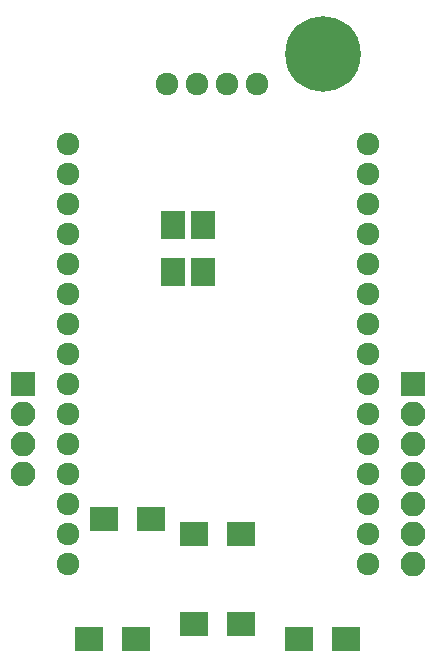
<source format=gbr>
G04 #@! TF.FileFunction,Soldermask,Bot*
%FSLAX46Y46*%
G04 Gerber Fmt 4.6, Leading zero omitted, Abs format (unit mm)*
G04 Created by KiCad (PCBNEW 4.0.4-stable) date 07/08/18 17:05:10*
%MOMM*%
%LPD*%
G01*
G04 APERTURE LIST*
%ADD10C,0.100000*%
%ADD11R,2.000000X2.400000*%
%ADD12C,1.924000*%
%ADD13R,2.100000X2.100000*%
%ADD14O,2.100000X2.100000*%
%ADD15C,6.399480*%
%ADD16R,2.400000X2.100000*%
G04 APERTURE END LIST*
D10*
D11*
X129540000Y-95980000D03*
X129540000Y-91980000D03*
X127000000Y-95980000D03*
X127000000Y-91980000D03*
D12*
X126492000Y-80010000D03*
X129032000Y-80010000D03*
X131572000Y-80010000D03*
X134112000Y-80010000D03*
D13*
X147320000Y-105410000D03*
D14*
X147320000Y-107950000D03*
X147320000Y-110490000D03*
X147320000Y-113030000D03*
X147320000Y-115570000D03*
X147320000Y-118110000D03*
X147320000Y-120650000D03*
D15*
X139700000Y-77470000D03*
D13*
X114300000Y-105410000D03*
D14*
X114300000Y-107950000D03*
X114300000Y-110490000D03*
X114300000Y-113030000D03*
D16*
X121190000Y-116840000D03*
X125190000Y-116840000D03*
X141700000Y-127000000D03*
X137700000Y-127000000D03*
X128810000Y-118110000D03*
X132810000Y-118110000D03*
X123920000Y-127000000D03*
X119920000Y-127000000D03*
X128810000Y-125730000D03*
X132810000Y-125730000D03*
D12*
X143510000Y-85090000D03*
X143510000Y-87630000D03*
X143510000Y-90170000D03*
X143510000Y-92710000D03*
X143510000Y-95250000D03*
X143510000Y-97790000D03*
X143510000Y-100330000D03*
X143510000Y-102870000D03*
X143510000Y-105410000D03*
X143510000Y-107950000D03*
X143510000Y-110490000D03*
X143510000Y-113030000D03*
X143510000Y-115570000D03*
X143510000Y-118110000D03*
X143510000Y-120650000D03*
X118110000Y-85090000D03*
X118110000Y-87630000D03*
X118110000Y-90170000D03*
X118110000Y-92710000D03*
X118110000Y-95250000D03*
X118110000Y-97790000D03*
X118110000Y-100330000D03*
X118110000Y-102870000D03*
X118110000Y-105410000D03*
X118110000Y-107950000D03*
X118110000Y-110490000D03*
X118110000Y-113030000D03*
X118110000Y-115570000D03*
X118110000Y-118110000D03*
X118110000Y-120650000D03*
M02*

</source>
